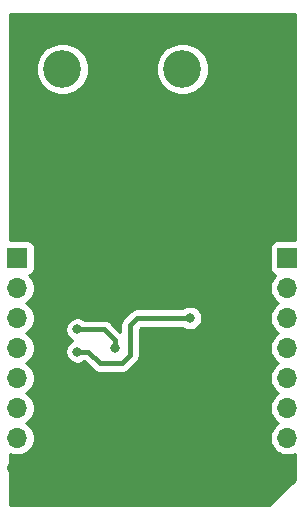
<source format=gbr>
G04 #@! TF.GenerationSoftware,KiCad,Pcbnew,(5.1.5)-3*
G04 #@! TF.CreationDate,2020-05-07T13:41:12+02:00*
G04 #@! TF.ProjectId,TPS25921A_eFuse,54505332-3539-4323-9141-5f6546757365,rev?*
G04 #@! TF.SameCoordinates,Original*
G04 #@! TF.FileFunction,Copper,L2,Bot*
G04 #@! TF.FilePolarity,Positive*
%FSLAX46Y46*%
G04 Gerber Fmt 4.6, Leading zero omitted, Abs format (unit mm)*
G04 Created by KiCad (PCBNEW (5.1.5)-3) date 2020-05-07 13:41:12*
%MOMM*%
%LPD*%
G04 APERTURE LIST*
%ADD10R,1.700000X1.700000*%
%ADD11O,1.700000X1.700000*%
%ADD12C,3.200000*%
%ADD13C,0.800000*%
%ADD14C,0.381000*%
%ADD15C,0.254000*%
G04 APERTURE END LIST*
D10*
X204470000Y-105410000D03*
D11*
X204470000Y-107950000D03*
X204470000Y-110490000D03*
X204470000Y-113030000D03*
X204470000Y-115570000D03*
X204470000Y-118110000D03*
X204470000Y-120650000D03*
X204470000Y-123190000D03*
D12*
X218440000Y-89408000D03*
X223520000Y-89408000D03*
X213360000Y-89408000D03*
X208280000Y-89408000D03*
D11*
X227330000Y-123190000D03*
X227330000Y-120650000D03*
X227330000Y-118110000D03*
X227330000Y-115570000D03*
X227330000Y-113030000D03*
X227330000Y-110490000D03*
X227330000Y-107950000D03*
D10*
X227330000Y-105410000D03*
D13*
X223520000Y-101473000D03*
X223520000Y-100457000D03*
X212090000Y-101473000D03*
X212090000Y-100457000D03*
X217297000Y-105410000D03*
X222250000Y-106299000D03*
X216789000Y-118745000D03*
X209550000Y-118364000D03*
X223266000Y-123190000D03*
X212725000Y-113030000D03*
X209550000Y-111457500D03*
X219075000Y-110490000D03*
X209550000Y-113332500D03*
D14*
X212725000Y-113030000D02*
X212725000Y-112395000D01*
X211787500Y-111457500D02*
X209550000Y-111457500D01*
X212725000Y-112395000D02*
X211787500Y-111457500D01*
X209550000Y-113332500D02*
X210487500Y-113332500D01*
X210487500Y-113332500D02*
X211455000Y-114300000D01*
X211455000Y-114300000D02*
X213360000Y-114300000D01*
X213360000Y-114300000D02*
X213995000Y-113665000D01*
X213995000Y-113665000D02*
X213995000Y-111125000D01*
X214630000Y-110490000D02*
X219075000Y-110490000D01*
X213995000Y-111125000D02*
X214630000Y-110490000D01*
D15*
G36*
X227940000Y-103921928D02*
G01*
X226480000Y-103921928D01*
X226355518Y-103934188D01*
X226235820Y-103970498D01*
X226125506Y-104029463D01*
X226028815Y-104108815D01*
X225949463Y-104205506D01*
X225890498Y-104315820D01*
X225854188Y-104435518D01*
X225841928Y-104560000D01*
X225841928Y-106260000D01*
X225854188Y-106384482D01*
X225890498Y-106504180D01*
X225949463Y-106614494D01*
X226028815Y-106711185D01*
X226125506Y-106790537D01*
X226235820Y-106849502D01*
X226308380Y-106871513D01*
X226176525Y-107003368D01*
X226014010Y-107246589D01*
X225902068Y-107516842D01*
X225845000Y-107803740D01*
X225845000Y-108096260D01*
X225902068Y-108383158D01*
X226014010Y-108653411D01*
X226176525Y-108896632D01*
X226383368Y-109103475D01*
X226557760Y-109220000D01*
X226383368Y-109336525D01*
X226176525Y-109543368D01*
X226014010Y-109786589D01*
X225902068Y-110056842D01*
X225845000Y-110343740D01*
X225845000Y-110636260D01*
X225902068Y-110923158D01*
X226014010Y-111193411D01*
X226176525Y-111436632D01*
X226383368Y-111643475D01*
X226557760Y-111760000D01*
X226383368Y-111876525D01*
X226176525Y-112083368D01*
X226014010Y-112326589D01*
X225902068Y-112596842D01*
X225845000Y-112883740D01*
X225845000Y-113176260D01*
X225902068Y-113463158D01*
X226014010Y-113733411D01*
X226176525Y-113976632D01*
X226383368Y-114183475D01*
X226557760Y-114300000D01*
X226383368Y-114416525D01*
X226176525Y-114623368D01*
X226014010Y-114866589D01*
X225902068Y-115136842D01*
X225845000Y-115423740D01*
X225845000Y-115716260D01*
X225902068Y-116003158D01*
X226014010Y-116273411D01*
X226176525Y-116516632D01*
X226383368Y-116723475D01*
X226557760Y-116840000D01*
X226383368Y-116956525D01*
X226176525Y-117163368D01*
X226014010Y-117406589D01*
X225902068Y-117676842D01*
X225845000Y-117963740D01*
X225845000Y-118256260D01*
X225902068Y-118543158D01*
X226014010Y-118813411D01*
X226176525Y-119056632D01*
X226383368Y-119263475D01*
X226557760Y-119380000D01*
X226383368Y-119496525D01*
X226176525Y-119703368D01*
X226014010Y-119946589D01*
X225902068Y-120216842D01*
X225845000Y-120503740D01*
X225845000Y-120796260D01*
X225902068Y-121083158D01*
X226014010Y-121353411D01*
X226176525Y-121596632D01*
X226383368Y-121803475D01*
X226626589Y-121965990D01*
X226896842Y-122077932D01*
X227183740Y-122135000D01*
X227476260Y-122135000D01*
X227763158Y-122077932D01*
X227940001Y-122004682D01*
X227940001Y-124186618D01*
X225786620Y-126340000D01*
X203860000Y-126340000D01*
X203860000Y-122004682D01*
X204036842Y-122077932D01*
X204323740Y-122135000D01*
X204616260Y-122135000D01*
X204903158Y-122077932D01*
X205173411Y-121965990D01*
X205416632Y-121803475D01*
X205623475Y-121596632D01*
X205785990Y-121353411D01*
X205897932Y-121083158D01*
X205955000Y-120796260D01*
X205955000Y-120503740D01*
X205897932Y-120216842D01*
X205785990Y-119946589D01*
X205623475Y-119703368D01*
X205416632Y-119496525D01*
X205242240Y-119380000D01*
X205416632Y-119263475D01*
X205623475Y-119056632D01*
X205785990Y-118813411D01*
X205897932Y-118543158D01*
X205955000Y-118256260D01*
X205955000Y-117963740D01*
X205897932Y-117676842D01*
X205785990Y-117406589D01*
X205623475Y-117163368D01*
X205416632Y-116956525D01*
X205242240Y-116840000D01*
X205416632Y-116723475D01*
X205623475Y-116516632D01*
X205785990Y-116273411D01*
X205897932Y-116003158D01*
X205955000Y-115716260D01*
X205955000Y-115423740D01*
X205897932Y-115136842D01*
X205785990Y-114866589D01*
X205623475Y-114623368D01*
X205416632Y-114416525D01*
X205242240Y-114300000D01*
X205416632Y-114183475D01*
X205623475Y-113976632D01*
X205785990Y-113733411D01*
X205897932Y-113463158D01*
X205955000Y-113176260D01*
X205955000Y-112883740D01*
X205897932Y-112596842D01*
X205785990Y-112326589D01*
X205623475Y-112083368D01*
X205416632Y-111876525D01*
X205242240Y-111760000D01*
X205416632Y-111643475D01*
X205623475Y-111436632D01*
X205677644Y-111355561D01*
X208515000Y-111355561D01*
X208515000Y-111559439D01*
X208554774Y-111759398D01*
X208632795Y-111947756D01*
X208746063Y-112117274D01*
X208890226Y-112261437D01*
X209059744Y-112374705D01*
X209108740Y-112395000D01*
X209059744Y-112415295D01*
X208890226Y-112528563D01*
X208746063Y-112672726D01*
X208632795Y-112842244D01*
X208554774Y-113030602D01*
X208515000Y-113230561D01*
X208515000Y-113434439D01*
X208554774Y-113634398D01*
X208632795Y-113822756D01*
X208746063Y-113992274D01*
X208890226Y-114136437D01*
X209059744Y-114249705D01*
X209248102Y-114327726D01*
X209448061Y-114367500D01*
X209651939Y-114367500D01*
X209851898Y-114327726D01*
X210040256Y-114249705D01*
X210158359Y-114170791D01*
X210842611Y-114855045D01*
X210868459Y-114886541D01*
X210899955Y-114912389D01*
X210899958Y-114912392D01*
X210994157Y-114989699D01*
X211137566Y-115066353D01*
X211293174Y-115113556D01*
X211414447Y-115125500D01*
X211414449Y-115125500D01*
X211455000Y-115129494D01*
X211495550Y-115125500D01*
X213319450Y-115125500D01*
X213360000Y-115129494D01*
X213400550Y-115125500D01*
X213400553Y-115125500D01*
X213521826Y-115113556D01*
X213677434Y-115066353D01*
X213820842Y-114989699D01*
X213946541Y-114886541D01*
X213972397Y-114855035D01*
X214550045Y-114277388D01*
X214581541Y-114251541D01*
X214607389Y-114220045D01*
X214607392Y-114220042D01*
X214684699Y-114125843D01*
X214761353Y-113982434D01*
X214763113Y-113976632D01*
X214808556Y-113826826D01*
X214820500Y-113705553D01*
X214820500Y-113705551D01*
X214824494Y-113665000D01*
X214820500Y-113624450D01*
X214820500Y-111466933D01*
X214971933Y-111315500D01*
X218447497Y-111315500D01*
X218584744Y-111407205D01*
X218773102Y-111485226D01*
X218973061Y-111525000D01*
X219176939Y-111525000D01*
X219376898Y-111485226D01*
X219565256Y-111407205D01*
X219734774Y-111293937D01*
X219878937Y-111149774D01*
X219992205Y-110980256D01*
X220070226Y-110791898D01*
X220110000Y-110591939D01*
X220110000Y-110388061D01*
X220070226Y-110188102D01*
X219992205Y-109999744D01*
X219878937Y-109830226D01*
X219734774Y-109686063D01*
X219565256Y-109572795D01*
X219376898Y-109494774D01*
X219176939Y-109455000D01*
X218973061Y-109455000D01*
X218773102Y-109494774D01*
X218584744Y-109572795D01*
X218447497Y-109664500D01*
X214670550Y-109664500D01*
X214630000Y-109660506D01*
X214589449Y-109664500D01*
X214589447Y-109664500D01*
X214468174Y-109676444D01*
X214312566Y-109723647D01*
X214169157Y-109800301D01*
X214074958Y-109877608D01*
X214074955Y-109877611D01*
X214043459Y-109903459D01*
X214017610Y-109934956D01*
X213439961Y-110512607D01*
X213408460Y-110538459D01*
X213382609Y-110569959D01*
X213305301Y-110664158D01*
X213228647Y-110807567D01*
X213181445Y-110963174D01*
X213165506Y-111125000D01*
X213169501Y-111165560D01*
X213169501Y-111672068D01*
X212399898Y-110902466D01*
X212374041Y-110870959D01*
X212248342Y-110767801D01*
X212104934Y-110691147D01*
X211949326Y-110643944D01*
X211828053Y-110632000D01*
X211828050Y-110632000D01*
X211787500Y-110628006D01*
X211746950Y-110632000D01*
X210177503Y-110632000D01*
X210040256Y-110540295D01*
X209851898Y-110462274D01*
X209651939Y-110422500D01*
X209448061Y-110422500D01*
X209248102Y-110462274D01*
X209059744Y-110540295D01*
X208890226Y-110653563D01*
X208746063Y-110797726D01*
X208632795Y-110967244D01*
X208554774Y-111155602D01*
X208515000Y-111355561D01*
X205677644Y-111355561D01*
X205785990Y-111193411D01*
X205897932Y-110923158D01*
X205955000Y-110636260D01*
X205955000Y-110343740D01*
X205897932Y-110056842D01*
X205785990Y-109786589D01*
X205623475Y-109543368D01*
X205416632Y-109336525D01*
X205242240Y-109220000D01*
X205416632Y-109103475D01*
X205623475Y-108896632D01*
X205785990Y-108653411D01*
X205897932Y-108383158D01*
X205955000Y-108096260D01*
X205955000Y-107803740D01*
X205897932Y-107516842D01*
X205785990Y-107246589D01*
X205623475Y-107003368D01*
X205491620Y-106871513D01*
X205564180Y-106849502D01*
X205674494Y-106790537D01*
X205771185Y-106711185D01*
X205850537Y-106614494D01*
X205909502Y-106504180D01*
X205945812Y-106384482D01*
X205958072Y-106260000D01*
X205958072Y-104560000D01*
X205945812Y-104435518D01*
X205909502Y-104315820D01*
X205850537Y-104205506D01*
X205771185Y-104108815D01*
X205674494Y-104029463D01*
X205564180Y-103970498D01*
X205444482Y-103934188D01*
X205320000Y-103921928D01*
X203860000Y-103921928D01*
X203860000Y-89187872D01*
X206045000Y-89187872D01*
X206045000Y-89628128D01*
X206130890Y-90059925D01*
X206299369Y-90466669D01*
X206543962Y-90832729D01*
X206855271Y-91144038D01*
X207221331Y-91388631D01*
X207628075Y-91557110D01*
X208059872Y-91643000D01*
X208500128Y-91643000D01*
X208931925Y-91557110D01*
X209338669Y-91388631D01*
X209704729Y-91144038D01*
X210016038Y-90832729D01*
X210260631Y-90466669D01*
X210429110Y-90059925D01*
X210515000Y-89628128D01*
X210515000Y-89187872D01*
X216205000Y-89187872D01*
X216205000Y-89628128D01*
X216290890Y-90059925D01*
X216459369Y-90466669D01*
X216703962Y-90832729D01*
X217015271Y-91144038D01*
X217381331Y-91388631D01*
X217788075Y-91557110D01*
X218219872Y-91643000D01*
X218660128Y-91643000D01*
X219091925Y-91557110D01*
X219498669Y-91388631D01*
X219864729Y-91144038D01*
X220176038Y-90832729D01*
X220420631Y-90466669D01*
X220589110Y-90059925D01*
X220675000Y-89628128D01*
X220675000Y-89187872D01*
X220589110Y-88756075D01*
X220420631Y-88349331D01*
X220176038Y-87983271D01*
X219864729Y-87671962D01*
X219498669Y-87427369D01*
X219091925Y-87258890D01*
X218660128Y-87173000D01*
X218219872Y-87173000D01*
X217788075Y-87258890D01*
X217381331Y-87427369D01*
X217015271Y-87671962D01*
X216703962Y-87983271D01*
X216459369Y-88349331D01*
X216290890Y-88756075D01*
X216205000Y-89187872D01*
X210515000Y-89187872D01*
X210429110Y-88756075D01*
X210260631Y-88349331D01*
X210016038Y-87983271D01*
X209704729Y-87671962D01*
X209338669Y-87427369D01*
X208931925Y-87258890D01*
X208500128Y-87173000D01*
X208059872Y-87173000D01*
X207628075Y-87258890D01*
X207221331Y-87427369D01*
X206855271Y-87671962D01*
X206543962Y-87983271D01*
X206299369Y-88349331D01*
X206130890Y-88756075D01*
X206045000Y-89187872D01*
X203860000Y-89187872D01*
X203860000Y-84734000D01*
X227940000Y-84734000D01*
X227940000Y-103921928D01*
G37*
X227940000Y-103921928D02*
X226480000Y-103921928D01*
X226355518Y-103934188D01*
X226235820Y-103970498D01*
X226125506Y-104029463D01*
X226028815Y-104108815D01*
X225949463Y-104205506D01*
X225890498Y-104315820D01*
X225854188Y-104435518D01*
X225841928Y-104560000D01*
X225841928Y-106260000D01*
X225854188Y-106384482D01*
X225890498Y-106504180D01*
X225949463Y-106614494D01*
X226028815Y-106711185D01*
X226125506Y-106790537D01*
X226235820Y-106849502D01*
X226308380Y-106871513D01*
X226176525Y-107003368D01*
X226014010Y-107246589D01*
X225902068Y-107516842D01*
X225845000Y-107803740D01*
X225845000Y-108096260D01*
X225902068Y-108383158D01*
X226014010Y-108653411D01*
X226176525Y-108896632D01*
X226383368Y-109103475D01*
X226557760Y-109220000D01*
X226383368Y-109336525D01*
X226176525Y-109543368D01*
X226014010Y-109786589D01*
X225902068Y-110056842D01*
X225845000Y-110343740D01*
X225845000Y-110636260D01*
X225902068Y-110923158D01*
X226014010Y-111193411D01*
X226176525Y-111436632D01*
X226383368Y-111643475D01*
X226557760Y-111760000D01*
X226383368Y-111876525D01*
X226176525Y-112083368D01*
X226014010Y-112326589D01*
X225902068Y-112596842D01*
X225845000Y-112883740D01*
X225845000Y-113176260D01*
X225902068Y-113463158D01*
X226014010Y-113733411D01*
X226176525Y-113976632D01*
X226383368Y-114183475D01*
X226557760Y-114300000D01*
X226383368Y-114416525D01*
X226176525Y-114623368D01*
X226014010Y-114866589D01*
X225902068Y-115136842D01*
X225845000Y-115423740D01*
X225845000Y-115716260D01*
X225902068Y-116003158D01*
X226014010Y-116273411D01*
X226176525Y-116516632D01*
X226383368Y-116723475D01*
X226557760Y-116840000D01*
X226383368Y-116956525D01*
X226176525Y-117163368D01*
X226014010Y-117406589D01*
X225902068Y-117676842D01*
X225845000Y-117963740D01*
X225845000Y-118256260D01*
X225902068Y-118543158D01*
X226014010Y-118813411D01*
X226176525Y-119056632D01*
X226383368Y-119263475D01*
X226557760Y-119380000D01*
X226383368Y-119496525D01*
X226176525Y-119703368D01*
X226014010Y-119946589D01*
X225902068Y-120216842D01*
X225845000Y-120503740D01*
X225845000Y-120796260D01*
X225902068Y-121083158D01*
X226014010Y-121353411D01*
X226176525Y-121596632D01*
X226383368Y-121803475D01*
X226626589Y-121965990D01*
X226896842Y-122077932D01*
X227183740Y-122135000D01*
X227476260Y-122135000D01*
X227763158Y-122077932D01*
X227940001Y-122004682D01*
X227940001Y-124186618D01*
X225786620Y-126340000D01*
X203860000Y-126340000D01*
X203860000Y-122004682D01*
X204036842Y-122077932D01*
X204323740Y-122135000D01*
X204616260Y-122135000D01*
X204903158Y-122077932D01*
X205173411Y-121965990D01*
X205416632Y-121803475D01*
X205623475Y-121596632D01*
X205785990Y-121353411D01*
X205897932Y-121083158D01*
X205955000Y-120796260D01*
X205955000Y-120503740D01*
X205897932Y-120216842D01*
X205785990Y-119946589D01*
X205623475Y-119703368D01*
X205416632Y-119496525D01*
X205242240Y-119380000D01*
X205416632Y-119263475D01*
X205623475Y-119056632D01*
X205785990Y-118813411D01*
X205897932Y-118543158D01*
X205955000Y-118256260D01*
X205955000Y-117963740D01*
X205897932Y-117676842D01*
X205785990Y-117406589D01*
X205623475Y-117163368D01*
X205416632Y-116956525D01*
X205242240Y-116840000D01*
X205416632Y-116723475D01*
X205623475Y-116516632D01*
X205785990Y-116273411D01*
X205897932Y-116003158D01*
X205955000Y-115716260D01*
X205955000Y-115423740D01*
X205897932Y-115136842D01*
X205785990Y-114866589D01*
X205623475Y-114623368D01*
X205416632Y-114416525D01*
X205242240Y-114300000D01*
X205416632Y-114183475D01*
X205623475Y-113976632D01*
X205785990Y-113733411D01*
X205897932Y-113463158D01*
X205955000Y-113176260D01*
X205955000Y-112883740D01*
X205897932Y-112596842D01*
X205785990Y-112326589D01*
X205623475Y-112083368D01*
X205416632Y-111876525D01*
X205242240Y-111760000D01*
X205416632Y-111643475D01*
X205623475Y-111436632D01*
X205677644Y-111355561D01*
X208515000Y-111355561D01*
X208515000Y-111559439D01*
X208554774Y-111759398D01*
X208632795Y-111947756D01*
X208746063Y-112117274D01*
X208890226Y-112261437D01*
X209059744Y-112374705D01*
X209108740Y-112395000D01*
X209059744Y-112415295D01*
X208890226Y-112528563D01*
X208746063Y-112672726D01*
X208632795Y-112842244D01*
X208554774Y-113030602D01*
X208515000Y-113230561D01*
X208515000Y-113434439D01*
X208554774Y-113634398D01*
X208632795Y-113822756D01*
X208746063Y-113992274D01*
X208890226Y-114136437D01*
X209059744Y-114249705D01*
X209248102Y-114327726D01*
X209448061Y-114367500D01*
X209651939Y-114367500D01*
X209851898Y-114327726D01*
X210040256Y-114249705D01*
X210158359Y-114170791D01*
X210842611Y-114855045D01*
X210868459Y-114886541D01*
X210899955Y-114912389D01*
X210899958Y-114912392D01*
X210994157Y-114989699D01*
X211137566Y-115066353D01*
X211293174Y-115113556D01*
X211414447Y-115125500D01*
X211414449Y-115125500D01*
X211455000Y-115129494D01*
X211495550Y-115125500D01*
X213319450Y-115125500D01*
X213360000Y-115129494D01*
X213400550Y-115125500D01*
X213400553Y-115125500D01*
X213521826Y-115113556D01*
X213677434Y-115066353D01*
X213820842Y-114989699D01*
X213946541Y-114886541D01*
X213972397Y-114855035D01*
X214550045Y-114277388D01*
X214581541Y-114251541D01*
X214607389Y-114220045D01*
X214607392Y-114220042D01*
X214684699Y-114125843D01*
X214761353Y-113982434D01*
X214763113Y-113976632D01*
X214808556Y-113826826D01*
X214820500Y-113705553D01*
X214820500Y-113705551D01*
X214824494Y-113665000D01*
X214820500Y-113624450D01*
X214820500Y-111466933D01*
X214971933Y-111315500D01*
X218447497Y-111315500D01*
X218584744Y-111407205D01*
X218773102Y-111485226D01*
X218973061Y-111525000D01*
X219176939Y-111525000D01*
X219376898Y-111485226D01*
X219565256Y-111407205D01*
X219734774Y-111293937D01*
X219878937Y-111149774D01*
X219992205Y-110980256D01*
X220070226Y-110791898D01*
X220110000Y-110591939D01*
X220110000Y-110388061D01*
X220070226Y-110188102D01*
X219992205Y-109999744D01*
X219878937Y-109830226D01*
X219734774Y-109686063D01*
X219565256Y-109572795D01*
X219376898Y-109494774D01*
X219176939Y-109455000D01*
X218973061Y-109455000D01*
X218773102Y-109494774D01*
X218584744Y-109572795D01*
X218447497Y-109664500D01*
X214670550Y-109664500D01*
X214630000Y-109660506D01*
X214589449Y-109664500D01*
X214589447Y-109664500D01*
X214468174Y-109676444D01*
X214312566Y-109723647D01*
X214169157Y-109800301D01*
X214074958Y-109877608D01*
X214074955Y-109877611D01*
X214043459Y-109903459D01*
X214017610Y-109934956D01*
X213439961Y-110512607D01*
X213408460Y-110538459D01*
X213382609Y-110569959D01*
X213305301Y-110664158D01*
X213228647Y-110807567D01*
X213181445Y-110963174D01*
X213165506Y-111125000D01*
X213169501Y-111165560D01*
X213169501Y-111672068D01*
X212399898Y-110902466D01*
X212374041Y-110870959D01*
X212248342Y-110767801D01*
X212104934Y-110691147D01*
X211949326Y-110643944D01*
X211828053Y-110632000D01*
X211828050Y-110632000D01*
X211787500Y-110628006D01*
X211746950Y-110632000D01*
X210177503Y-110632000D01*
X210040256Y-110540295D01*
X209851898Y-110462274D01*
X209651939Y-110422500D01*
X209448061Y-110422500D01*
X209248102Y-110462274D01*
X209059744Y-110540295D01*
X208890226Y-110653563D01*
X208746063Y-110797726D01*
X208632795Y-110967244D01*
X208554774Y-111155602D01*
X208515000Y-111355561D01*
X205677644Y-111355561D01*
X205785990Y-111193411D01*
X205897932Y-110923158D01*
X205955000Y-110636260D01*
X205955000Y-110343740D01*
X205897932Y-110056842D01*
X205785990Y-109786589D01*
X205623475Y-109543368D01*
X205416632Y-109336525D01*
X205242240Y-109220000D01*
X205416632Y-109103475D01*
X205623475Y-108896632D01*
X205785990Y-108653411D01*
X205897932Y-108383158D01*
X205955000Y-108096260D01*
X205955000Y-107803740D01*
X205897932Y-107516842D01*
X205785990Y-107246589D01*
X205623475Y-107003368D01*
X205491620Y-106871513D01*
X205564180Y-106849502D01*
X205674494Y-106790537D01*
X205771185Y-106711185D01*
X205850537Y-106614494D01*
X205909502Y-106504180D01*
X205945812Y-106384482D01*
X205958072Y-106260000D01*
X205958072Y-104560000D01*
X205945812Y-104435518D01*
X205909502Y-104315820D01*
X205850537Y-104205506D01*
X205771185Y-104108815D01*
X205674494Y-104029463D01*
X205564180Y-103970498D01*
X205444482Y-103934188D01*
X205320000Y-103921928D01*
X203860000Y-103921928D01*
X203860000Y-89187872D01*
X206045000Y-89187872D01*
X206045000Y-89628128D01*
X206130890Y-90059925D01*
X206299369Y-90466669D01*
X206543962Y-90832729D01*
X206855271Y-91144038D01*
X207221331Y-91388631D01*
X207628075Y-91557110D01*
X208059872Y-91643000D01*
X208500128Y-91643000D01*
X208931925Y-91557110D01*
X209338669Y-91388631D01*
X209704729Y-91144038D01*
X210016038Y-90832729D01*
X210260631Y-90466669D01*
X210429110Y-90059925D01*
X210515000Y-89628128D01*
X210515000Y-89187872D01*
X216205000Y-89187872D01*
X216205000Y-89628128D01*
X216290890Y-90059925D01*
X216459369Y-90466669D01*
X216703962Y-90832729D01*
X217015271Y-91144038D01*
X217381331Y-91388631D01*
X217788075Y-91557110D01*
X218219872Y-91643000D01*
X218660128Y-91643000D01*
X219091925Y-91557110D01*
X219498669Y-91388631D01*
X219864729Y-91144038D01*
X220176038Y-90832729D01*
X220420631Y-90466669D01*
X220589110Y-90059925D01*
X220675000Y-89628128D01*
X220675000Y-89187872D01*
X220589110Y-88756075D01*
X220420631Y-88349331D01*
X220176038Y-87983271D01*
X219864729Y-87671962D01*
X219498669Y-87427369D01*
X219091925Y-87258890D01*
X218660128Y-87173000D01*
X218219872Y-87173000D01*
X217788075Y-87258890D01*
X217381331Y-87427369D01*
X217015271Y-87671962D01*
X216703962Y-87983271D01*
X216459369Y-88349331D01*
X216290890Y-88756075D01*
X216205000Y-89187872D01*
X210515000Y-89187872D01*
X210429110Y-88756075D01*
X210260631Y-88349331D01*
X210016038Y-87983271D01*
X209704729Y-87671962D01*
X209338669Y-87427369D01*
X208931925Y-87258890D01*
X208500128Y-87173000D01*
X208059872Y-87173000D01*
X207628075Y-87258890D01*
X207221331Y-87427369D01*
X206855271Y-87671962D01*
X206543962Y-87983271D01*
X206299369Y-88349331D01*
X206130890Y-88756075D01*
X206045000Y-89187872D01*
X203860000Y-89187872D01*
X203860000Y-84734000D01*
X227940000Y-84734000D01*
X227940000Y-103921928D01*
M02*

</source>
